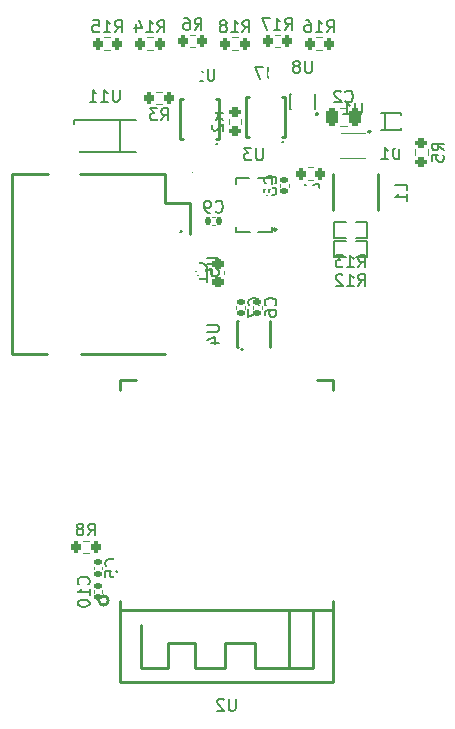
<source format=gbr>
%TF.GenerationSoftware,KiCad,Pcbnew,7.0.2*%
%TF.CreationDate,2023-07-06T19:43:42-07:00*%
%TF.ProjectId,chronos-polaris-hardware,6368726f-6e6f-4732-9d70-6f6c61726973,rev?*%
%TF.SameCoordinates,Original*%
%TF.FileFunction,Legend,Bot*%
%TF.FilePolarity,Positive*%
%FSLAX46Y46*%
G04 Gerber Fmt 4.6, Leading zero omitted, Abs format (unit mm)*
G04 Created by KiCad (PCBNEW 7.0.2) date 2023-07-06 19:43:42*
%MOMM*%
%LPD*%
G01*
G04 APERTURE LIST*
G04 Aperture macros list*
%AMRoundRect*
0 Rectangle with rounded corners*
0 $1 Rounding radius*
0 $2 $3 $4 $5 $6 $7 $8 $9 X,Y pos of 4 corners*
0 Add a 4 corners polygon primitive as box body*
4,1,4,$2,$3,$4,$5,$6,$7,$8,$9,$2,$3,0*
0 Add four circle primitives for the rounded corners*
1,1,$1+$1,$2,$3*
1,1,$1+$1,$4,$5*
1,1,$1+$1,$6,$7*
1,1,$1+$1,$8,$9*
0 Add four rect primitives between the rounded corners*
20,1,$1+$1,$2,$3,$4,$5,0*
20,1,$1+$1,$4,$5,$6,$7,0*
20,1,$1+$1,$6,$7,$8,$9,0*
20,1,$1+$1,$8,$9,$2,$3,0*%
G04 Aperture macros list end*
%ADD10C,0.150000*%
%ADD11C,0.059995*%
%ADD12C,0.254001*%
%ADD13C,0.200000*%
%ADD14C,0.120000*%
%ADD15C,0.152400*%
%ADD16C,0.151994*%
%ADD17C,0.119990*%
%ADD18R,1.700000X1.700000*%
%ADD19O,1.700000X1.700000*%
%ADD20C,1.800000*%
%ADD21O,1.000000X2.000000*%
%ADD22C,0.700000*%
%ADD23C,6.400000*%
%ADD24C,0.900025*%
%ADD25C,2.000000*%
%ADD26C,2.500000*%
%ADD27R,0.250013X0.800000*%
%ADD28R,0.800000X0.250013*%
%ADD29R,1.500000X0.900000*%
%ADD30R,0.900000X1.500000*%
%ADD31R,0.900000X0.900000*%
%ADD32RoundRect,0.225000X-0.250000X0.225000X-0.250000X-0.225000X0.250000X-0.225000X0.250000X0.225000X0*%
%ADD33RoundRect,0.140000X0.140000X0.170000X-0.140000X0.170000X-0.140000X-0.170000X0.140000X-0.170000X0*%
%ADD34R,0.405004X0.989992*%
%ADD35R,2.600000X1.840005*%
%ADD36RoundRect,0.140000X0.170000X-0.140000X0.170000X0.140000X-0.170000X0.140000X-0.170000X-0.140000X0*%
%ADD37RoundRect,0.200000X0.275000X-0.200000X0.275000X0.200000X-0.275000X0.200000X-0.275000X-0.200000X0*%
%ADD38RoundRect,0.200000X-0.200000X-0.275000X0.200000X-0.275000X0.200000X0.275000X-0.200000X0.275000X0*%
%ADD39RoundRect,0.250000X0.250000X0.475000X-0.250000X0.475000X-0.250000X-0.475000X0.250000X-0.475000X0*%
%ADD40R,1.600000X0.700000*%
%ADD41R,1.500000X1.200000*%
%ADD42R,2.200000X1.200000*%
%ADD43R,1.500000X1.600000*%
%ADD44C,1.200000*%
%ADD45R,0.806477X0.864008*%
%ADD46RoundRect,0.140000X-0.170000X0.140000X-0.170000X-0.140000X0.170000X-0.140000X0.170000X0.140000X0*%
%ADD47R,2.062510X1.539014*%
%ADD48RoundRect,0.200000X0.200000X0.275000X-0.200000X0.275000X-0.200000X-0.275000X0.200000X-0.275000X0*%
%ADD49RoundRect,0.200000X-0.275000X0.200000X-0.275000X-0.200000X0.275000X-0.200000X0.275000X0.200000X0*%
%ADD50R,1.000000X0.750013*%
%ADD51R,3.320015X1.500000*%
%ADD52R,0.400000X0.600000*%
%ADD53R,0.350013X0.916002*%
%ADD54R,0.521006X0.250013*%
%ADD55R,0.900000X1.600000*%
G04 APERTURE END LIST*
D10*
%TO.C,U3*%
X123362006Y-110478773D02*
X123362006Y-111288296D01*
X123362006Y-111288296D02*
X123314387Y-111383534D01*
X123314387Y-111383534D02*
X123266768Y-111431154D01*
X123266768Y-111431154D02*
X123171530Y-111478773D01*
X123171530Y-111478773D02*
X122981054Y-111478773D01*
X122981054Y-111478773D02*
X122885816Y-111431154D01*
X122885816Y-111431154D02*
X122838197Y-111383534D01*
X122838197Y-111383534D02*
X122790578Y-111288296D01*
X122790578Y-111288296D02*
X122790578Y-110478773D01*
X122409625Y-110478773D02*
X121790578Y-110478773D01*
X121790578Y-110478773D02*
X122123911Y-110859725D01*
X122123911Y-110859725D02*
X121981054Y-110859725D01*
X121981054Y-110859725D02*
X121885816Y-110907344D01*
X121885816Y-110907344D02*
X121838197Y-110954963D01*
X121838197Y-110954963D02*
X121790578Y-111050201D01*
X121790578Y-111050201D02*
X121790578Y-111288296D01*
X121790578Y-111288296D02*
X121838197Y-111383534D01*
X121838197Y-111383534D02*
X121885816Y-111431154D01*
X121885816Y-111431154D02*
X121981054Y-111478773D01*
X121981054Y-111478773D02*
X122266768Y-111478773D01*
X122266768Y-111478773D02*
X122362006Y-111431154D01*
X122362006Y-111431154D02*
X122409625Y-111383534D01*
%TO.C,U2*%
X121070476Y-157082685D02*
X121070476Y-157892208D01*
X121070476Y-157892208D02*
X121022857Y-157987446D01*
X121022857Y-157987446D02*
X120975238Y-158035066D01*
X120975238Y-158035066D02*
X120880000Y-158082685D01*
X120880000Y-158082685D02*
X120689524Y-158082685D01*
X120689524Y-158082685D02*
X120594286Y-158035066D01*
X120594286Y-158035066D02*
X120546667Y-157987446D01*
X120546667Y-157987446D02*
X120499048Y-157892208D01*
X120499048Y-157892208D02*
X120499048Y-157082685D01*
X120070476Y-157177923D02*
X120022857Y-157130304D01*
X120022857Y-157130304D02*
X119927619Y-157082685D01*
X119927619Y-157082685D02*
X119689524Y-157082685D01*
X119689524Y-157082685D02*
X119594286Y-157130304D01*
X119594286Y-157130304D02*
X119546667Y-157177923D01*
X119546667Y-157177923D02*
X119499048Y-157273161D01*
X119499048Y-157273161D02*
X119499048Y-157368399D01*
X119499048Y-157368399D02*
X119546667Y-157511256D01*
X119546667Y-157511256D02*
X120118095Y-158082685D01*
X120118095Y-158082685D02*
X119499048Y-158082685D01*
%TO.C,C1*%
X118537380Y-120833333D02*
X118585000Y-120785714D01*
X118585000Y-120785714D02*
X118632619Y-120642857D01*
X118632619Y-120642857D02*
X118632619Y-120547619D01*
X118632619Y-120547619D02*
X118585000Y-120404762D01*
X118585000Y-120404762D02*
X118489761Y-120309524D01*
X118489761Y-120309524D02*
X118394523Y-120261905D01*
X118394523Y-120261905D02*
X118204047Y-120214286D01*
X118204047Y-120214286D02*
X118061190Y-120214286D01*
X118061190Y-120214286D02*
X117870714Y-120261905D01*
X117870714Y-120261905D02*
X117775476Y-120309524D01*
X117775476Y-120309524D02*
X117680238Y-120404762D01*
X117680238Y-120404762D02*
X117632619Y-120547619D01*
X117632619Y-120547619D02*
X117632619Y-120642857D01*
X117632619Y-120642857D02*
X117680238Y-120785714D01*
X117680238Y-120785714D02*
X117727857Y-120833333D01*
X118632619Y-121785714D02*
X118632619Y-121214286D01*
X118632619Y-121500000D02*
X117632619Y-121500000D01*
X117632619Y-121500000D02*
X117775476Y-121404762D01*
X117775476Y-121404762D02*
X117870714Y-121309524D01*
X117870714Y-121309524D02*
X117918333Y-121214286D01*
%TO.C,C9*%
X119366666Y-115807380D02*
X119414285Y-115855000D01*
X119414285Y-115855000D02*
X119557142Y-115902619D01*
X119557142Y-115902619D02*
X119652380Y-115902619D01*
X119652380Y-115902619D02*
X119795237Y-115855000D01*
X119795237Y-115855000D02*
X119890475Y-115759761D01*
X119890475Y-115759761D02*
X119938094Y-115664523D01*
X119938094Y-115664523D02*
X119985713Y-115474047D01*
X119985713Y-115474047D02*
X119985713Y-115331190D01*
X119985713Y-115331190D02*
X119938094Y-115140714D01*
X119938094Y-115140714D02*
X119890475Y-115045476D01*
X119890475Y-115045476D02*
X119795237Y-114950238D01*
X119795237Y-114950238D02*
X119652380Y-114902619D01*
X119652380Y-114902619D02*
X119557142Y-114902619D01*
X119557142Y-114902619D02*
X119414285Y-114950238D01*
X119414285Y-114950238D02*
X119366666Y-114997857D01*
X118890475Y-115902619D02*
X118699999Y-115902619D01*
X118699999Y-115902619D02*
X118604761Y-115855000D01*
X118604761Y-115855000D02*
X118557142Y-115807380D01*
X118557142Y-115807380D02*
X118461904Y-115664523D01*
X118461904Y-115664523D02*
X118414285Y-115474047D01*
X118414285Y-115474047D02*
X118414285Y-115093095D01*
X118414285Y-115093095D02*
X118461904Y-114997857D01*
X118461904Y-114997857D02*
X118509523Y-114950238D01*
X118509523Y-114950238D02*
X118604761Y-114902619D01*
X118604761Y-114902619D02*
X118795237Y-114902619D01*
X118795237Y-114902619D02*
X118890475Y-114950238D01*
X118890475Y-114950238D02*
X118938094Y-114997857D01*
X118938094Y-114997857D02*
X118985713Y-115093095D01*
X118985713Y-115093095D02*
X118985713Y-115331190D01*
X118985713Y-115331190D02*
X118938094Y-115426428D01*
X118938094Y-115426428D02*
X118890475Y-115474047D01*
X118890475Y-115474047D02*
X118795237Y-115521666D01*
X118795237Y-115521666D02*
X118604761Y-115521666D01*
X118604761Y-115521666D02*
X118509523Y-115474047D01*
X118509523Y-115474047D02*
X118461904Y-115426428D01*
X118461904Y-115426428D02*
X118414285Y-115331190D01*
%TO.C,U7*%
X124361904Y-103562721D02*
X124361904Y-104372244D01*
X124361904Y-104372244D02*
X124314285Y-104467482D01*
X124314285Y-104467482D02*
X124266666Y-104515102D01*
X124266666Y-104515102D02*
X124171428Y-104562721D01*
X124171428Y-104562721D02*
X123980952Y-104562721D01*
X123980952Y-104562721D02*
X123885714Y-104515102D01*
X123885714Y-104515102D02*
X123838095Y-104467482D01*
X123838095Y-104467482D02*
X123790476Y-104372244D01*
X123790476Y-104372244D02*
X123790476Y-103562721D01*
X123409523Y-103562721D02*
X122742857Y-103562721D01*
X122742857Y-103562721D02*
X123171428Y-104562721D01*
%TO.C,C6*%
X124427380Y-123753333D02*
X124475000Y-123705714D01*
X124475000Y-123705714D02*
X124522619Y-123562857D01*
X124522619Y-123562857D02*
X124522619Y-123467619D01*
X124522619Y-123467619D02*
X124475000Y-123324762D01*
X124475000Y-123324762D02*
X124379761Y-123229524D01*
X124379761Y-123229524D02*
X124284523Y-123181905D01*
X124284523Y-123181905D02*
X124094047Y-123134286D01*
X124094047Y-123134286D02*
X123951190Y-123134286D01*
X123951190Y-123134286D02*
X123760714Y-123181905D01*
X123760714Y-123181905D02*
X123665476Y-123229524D01*
X123665476Y-123229524D02*
X123570238Y-123324762D01*
X123570238Y-123324762D02*
X123522619Y-123467619D01*
X123522619Y-123467619D02*
X123522619Y-123562857D01*
X123522619Y-123562857D02*
X123570238Y-123705714D01*
X123570238Y-123705714D02*
X123617857Y-123753333D01*
X123522619Y-124610476D02*
X123522619Y-124420000D01*
X123522619Y-124420000D02*
X123570238Y-124324762D01*
X123570238Y-124324762D02*
X123617857Y-124277143D01*
X123617857Y-124277143D02*
X123760714Y-124181905D01*
X123760714Y-124181905D02*
X123951190Y-124134286D01*
X123951190Y-124134286D02*
X124332142Y-124134286D01*
X124332142Y-124134286D02*
X124427380Y-124181905D01*
X124427380Y-124181905D02*
X124475000Y-124229524D01*
X124475000Y-124229524D02*
X124522619Y-124324762D01*
X124522619Y-124324762D02*
X124522619Y-124515238D01*
X124522619Y-124515238D02*
X124475000Y-124610476D01*
X124475000Y-124610476D02*
X124427380Y-124658095D01*
X124427380Y-124658095D02*
X124332142Y-124705714D01*
X124332142Y-124705714D02*
X124094047Y-124705714D01*
X124094047Y-124705714D02*
X123998809Y-124658095D01*
X123998809Y-124658095D02*
X123951190Y-124610476D01*
X123951190Y-124610476D02*
X123903571Y-124515238D01*
X123903571Y-124515238D02*
X123903571Y-124324762D01*
X123903571Y-124324762D02*
X123951190Y-124229524D01*
X123951190Y-124229524D02*
X123998809Y-124181905D01*
X123998809Y-124181905D02*
X124094047Y-124134286D01*
%TO.C,R5*%
X138692619Y-110633333D02*
X138216428Y-110300000D01*
X138692619Y-110061905D02*
X137692619Y-110061905D01*
X137692619Y-110061905D02*
X137692619Y-110442857D01*
X137692619Y-110442857D02*
X137740238Y-110538095D01*
X137740238Y-110538095D02*
X137787857Y-110585714D01*
X137787857Y-110585714D02*
X137883095Y-110633333D01*
X137883095Y-110633333D02*
X138025952Y-110633333D01*
X138025952Y-110633333D02*
X138121190Y-110585714D01*
X138121190Y-110585714D02*
X138168809Y-110538095D01*
X138168809Y-110538095D02*
X138216428Y-110442857D01*
X138216428Y-110442857D02*
X138216428Y-110061905D01*
X137692619Y-111538095D02*
X137692619Y-111061905D01*
X137692619Y-111061905D02*
X138168809Y-111014286D01*
X138168809Y-111014286D02*
X138121190Y-111061905D01*
X138121190Y-111061905D02*
X138073571Y-111157143D01*
X138073571Y-111157143D02*
X138073571Y-111395238D01*
X138073571Y-111395238D02*
X138121190Y-111490476D01*
X138121190Y-111490476D02*
X138168809Y-111538095D01*
X138168809Y-111538095D02*
X138264047Y-111585714D01*
X138264047Y-111585714D02*
X138502142Y-111585714D01*
X138502142Y-111585714D02*
X138597380Y-111538095D01*
X138597380Y-111538095D02*
X138645000Y-111490476D01*
X138645000Y-111490476D02*
X138692619Y-111395238D01*
X138692619Y-111395238D02*
X138692619Y-111157143D01*
X138692619Y-111157143D02*
X138645000Y-111061905D01*
X138645000Y-111061905D02*
X138597380Y-111014286D01*
%TO.C,R3*%
X114766666Y-108092619D02*
X115099999Y-107616428D01*
X115338094Y-108092619D02*
X115338094Y-107092619D01*
X115338094Y-107092619D02*
X114957142Y-107092619D01*
X114957142Y-107092619D02*
X114861904Y-107140238D01*
X114861904Y-107140238D02*
X114814285Y-107187857D01*
X114814285Y-107187857D02*
X114766666Y-107283095D01*
X114766666Y-107283095D02*
X114766666Y-107425952D01*
X114766666Y-107425952D02*
X114814285Y-107521190D01*
X114814285Y-107521190D02*
X114861904Y-107568809D01*
X114861904Y-107568809D02*
X114957142Y-107616428D01*
X114957142Y-107616428D02*
X115338094Y-107616428D01*
X114433332Y-107092619D02*
X113814285Y-107092619D01*
X113814285Y-107092619D02*
X114147618Y-107473571D01*
X114147618Y-107473571D02*
X114004761Y-107473571D01*
X114004761Y-107473571D02*
X113909523Y-107521190D01*
X113909523Y-107521190D02*
X113861904Y-107568809D01*
X113861904Y-107568809D02*
X113814285Y-107664047D01*
X113814285Y-107664047D02*
X113814285Y-107902142D01*
X113814285Y-107902142D02*
X113861904Y-107997380D01*
X113861904Y-107997380D02*
X113909523Y-108045000D01*
X113909523Y-108045000D02*
X114004761Y-108092619D01*
X114004761Y-108092619D02*
X114290475Y-108092619D01*
X114290475Y-108092619D02*
X114385713Y-108045000D01*
X114385713Y-108045000D02*
X114433332Y-107997380D01*
%TO.C,C2*%
X130366666Y-106487380D02*
X130414285Y-106535000D01*
X130414285Y-106535000D02*
X130557142Y-106582619D01*
X130557142Y-106582619D02*
X130652380Y-106582619D01*
X130652380Y-106582619D02*
X130795237Y-106535000D01*
X130795237Y-106535000D02*
X130890475Y-106439761D01*
X130890475Y-106439761D02*
X130938094Y-106344523D01*
X130938094Y-106344523D02*
X130985713Y-106154047D01*
X130985713Y-106154047D02*
X130985713Y-106011190D01*
X130985713Y-106011190D02*
X130938094Y-105820714D01*
X130938094Y-105820714D02*
X130890475Y-105725476D01*
X130890475Y-105725476D02*
X130795237Y-105630238D01*
X130795237Y-105630238D02*
X130652380Y-105582619D01*
X130652380Y-105582619D02*
X130557142Y-105582619D01*
X130557142Y-105582619D02*
X130414285Y-105630238D01*
X130414285Y-105630238D02*
X130366666Y-105677857D01*
X129985713Y-105677857D02*
X129938094Y-105630238D01*
X129938094Y-105630238D02*
X129842856Y-105582619D01*
X129842856Y-105582619D02*
X129604761Y-105582619D01*
X129604761Y-105582619D02*
X129509523Y-105630238D01*
X129509523Y-105630238D02*
X129461904Y-105677857D01*
X129461904Y-105677857D02*
X129414285Y-105773095D01*
X129414285Y-105773095D02*
X129414285Y-105868333D01*
X129414285Y-105868333D02*
X129461904Y-106011190D01*
X129461904Y-106011190D02*
X130033332Y-106582619D01*
X130033332Y-106582619D02*
X129414285Y-106582619D01*
%TO.C,U5*%
X118626132Y-119713127D02*
X119435655Y-119713127D01*
X119435655Y-119713127D02*
X119530893Y-119760746D01*
X119530893Y-119760746D02*
X119578513Y-119808365D01*
X119578513Y-119808365D02*
X119626132Y-119903603D01*
X119626132Y-119903603D02*
X119626132Y-120094079D01*
X119626132Y-120094079D02*
X119578513Y-120189317D01*
X119578513Y-120189317D02*
X119530893Y-120236936D01*
X119530893Y-120236936D02*
X119435655Y-120284555D01*
X119435655Y-120284555D02*
X118626132Y-120284555D01*
X118626132Y-121236936D02*
X118626132Y-120760746D01*
X118626132Y-120760746D02*
X119102322Y-120713127D01*
X119102322Y-120713127D02*
X119054703Y-120760746D01*
X119054703Y-120760746D02*
X119007084Y-120855984D01*
X119007084Y-120855984D02*
X119007084Y-121094079D01*
X119007084Y-121094079D02*
X119054703Y-121189317D01*
X119054703Y-121189317D02*
X119102322Y-121236936D01*
X119102322Y-121236936D02*
X119197560Y-121284555D01*
X119197560Y-121284555D02*
X119435655Y-121284555D01*
X119435655Y-121284555D02*
X119530893Y-121236936D01*
X119530893Y-121236936D02*
X119578513Y-121189317D01*
X119578513Y-121189317D02*
X119626132Y-121094079D01*
X119626132Y-121094079D02*
X119626132Y-120855984D01*
X119626132Y-120855984D02*
X119578513Y-120760746D01*
X119578513Y-120760746D02*
X119530893Y-120713127D01*
%TO.C,R13*%
X131442857Y-120523224D02*
X131776190Y-120047033D01*
X132014285Y-120523224D02*
X132014285Y-119523224D01*
X132014285Y-119523224D02*
X131633333Y-119523224D01*
X131633333Y-119523224D02*
X131538095Y-119570843D01*
X131538095Y-119570843D02*
X131490476Y-119618462D01*
X131490476Y-119618462D02*
X131442857Y-119713700D01*
X131442857Y-119713700D02*
X131442857Y-119856557D01*
X131442857Y-119856557D02*
X131490476Y-119951795D01*
X131490476Y-119951795D02*
X131538095Y-119999414D01*
X131538095Y-119999414D02*
X131633333Y-120047033D01*
X131633333Y-120047033D02*
X132014285Y-120047033D01*
X130490476Y-120523224D02*
X131061904Y-120523224D01*
X130776190Y-120523224D02*
X130776190Y-119523224D01*
X130776190Y-119523224D02*
X130871428Y-119666081D01*
X130871428Y-119666081D02*
X130966666Y-119761319D01*
X130966666Y-119761319D02*
X131061904Y-119808938D01*
X130157142Y-119523224D02*
X129538095Y-119523224D01*
X129538095Y-119523224D02*
X129871428Y-119904176D01*
X129871428Y-119904176D02*
X129728571Y-119904176D01*
X129728571Y-119904176D02*
X129633333Y-119951795D01*
X129633333Y-119951795D02*
X129585714Y-119999414D01*
X129585714Y-119999414D02*
X129538095Y-120094652D01*
X129538095Y-120094652D02*
X129538095Y-120332747D01*
X129538095Y-120332747D02*
X129585714Y-120427985D01*
X129585714Y-120427985D02*
X129633333Y-120475605D01*
X129633333Y-120475605D02*
X129728571Y-120523224D01*
X129728571Y-120523224D02*
X130014285Y-120523224D01*
X130014285Y-120523224D02*
X130109523Y-120475605D01*
X130109523Y-120475605D02*
X130157142Y-120427985D01*
%TO.C,C10*%
X108607380Y-147357142D02*
X108655000Y-147309523D01*
X108655000Y-147309523D02*
X108702619Y-147166666D01*
X108702619Y-147166666D02*
X108702619Y-147071428D01*
X108702619Y-147071428D02*
X108655000Y-146928571D01*
X108655000Y-146928571D02*
X108559761Y-146833333D01*
X108559761Y-146833333D02*
X108464523Y-146785714D01*
X108464523Y-146785714D02*
X108274047Y-146738095D01*
X108274047Y-146738095D02*
X108131190Y-146738095D01*
X108131190Y-146738095D02*
X107940714Y-146785714D01*
X107940714Y-146785714D02*
X107845476Y-146833333D01*
X107845476Y-146833333D02*
X107750238Y-146928571D01*
X107750238Y-146928571D02*
X107702619Y-147071428D01*
X107702619Y-147071428D02*
X107702619Y-147166666D01*
X107702619Y-147166666D02*
X107750238Y-147309523D01*
X107750238Y-147309523D02*
X107797857Y-147357142D01*
X108702619Y-148309523D02*
X108702619Y-147738095D01*
X108702619Y-148023809D02*
X107702619Y-148023809D01*
X107702619Y-148023809D02*
X107845476Y-147928571D01*
X107845476Y-147928571D02*
X107940714Y-147833333D01*
X107940714Y-147833333D02*
X107988333Y-147738095D01*
X107702619Y-148928571D02*
X107702619Y-149023809D01*
X107702619Y-149023809D02*
X107750238Y-149119047D01*
X107750238Y-149119047D02*
X107797857Y-149166666D01*
X107797857Y-149166666D02*
X107893095Y-149214285D01*
X107893095Y-149214285D02*
X108083571Y-149261904D01*
X108083571Y-149261904D02*
X108321666Y-149261904D01*
X108321666Y-149261904D02*
X108512142Y-149214285D01*
X108512142Y-149214285D02*
X108607380Y-149166666D01*
X108607380Y-149166666D02*
X108655000Y-149119047D01*
X108655000Y-149119047D02*
X108702619Y-149023809D01*
X108702619Y-149023809D02*
X108702619Y-148928571D01*
X108702619Y-148928571D02*
X108655000Y-148833333D01*
X108655000Y-148833333D02*
X108607380Y-148785714D01*
X108607380Y-148785714D02*
X108512142Y-148738095D01*
X108512142Y-148738095D02*
X108321666Y-148690476D01*
X108321666Y-148690476D02*
X108083571Y-148690476D01*
X108083571Y-148690476D02*
X107893095Y-148738095D01*
X107893095Y-148738095D02*
X107797857Y-148785714D01*
X107797857Y-148785714D02*
X107750238Y-148833333D01*
X107750238Y-148833333D02*
X107702619Y-148928571D01*
%TO.C,U11*%
X111238094Y-105506409D02*
X111238094Y-106315932D01*
X111238094Y-106315932D02*
X111190475Y-106411170D01*
X111190475Y-106411170D02*
X111142856Y-106458790D01*
X111142856Y-106458790D02*
X111047618Y-106506409D01*
X111047618Y-106506409D02*
X110857142Y-106506409D01*
X110857142Y-106506409D02*
X110761904Y-106458790D01*
X110761904Y-106458790D02*
X110714285Y-106411170D01*
X110714285Y-106411170D02*
X110666666Y-106315932D01*
X110666666Y-106315932D02*
X110666666Y-105506409D01*
X109666666Y-106506409D02*
X110238094Y-106506409D01*
X109952380Y-106506409D02*
X109952380Y-105506409D01*
X109952380Y-105506409D02*
X110047618Y-105649266D01*
X110047618Y-105649266D02*
X110142856Y-105744504D01*
X110142856Y-105744504D02*
X110238094Y-105792123D01*
X108714285Y-106506409D02*
X109285713Y-106506409D01*
X108999999Y-106506409D02*
X108999999Y-105506409D01*
X108999999Y-105506409D02*
X109095237Y-105649266D01*
X109095237Y-105649266D02*
X109190475Y-105744504D01*
X109190475Y-105744504D02*
X109285713Y-105792123D01*
%TO.C,U12*%
X119263113Y-103727745D02*
X119263113Y-104537268D01*
X119263113Y-104537268D02*
X119215494Y-104632506D01*
X119215494Y-104632506D02*
X119167875Y-104680126D01*
X119167875Y-104680126D02*
X119072637Y-104727745D01*
X119072637Y-104727745D02*
X118882161Y-104727745D01*
X118882161Y-104727745D02*
X118786923Y-104680126D01*
X118786923Y-104680126D02*
X118739304Y-104632506D01*
X118739304Y-104632506D02*
X118691685Y-104537268D01*
X118691685Y-104537268D02*
X118691685Y-103727745D01*
X117691685Y-104727745D02*
X118263113Y-104727745D01*
X117977399Y-104727745D02*
X117977399Y-103727745D01*
X117977399Y-103727745D02*
X118072637Y-103870602D01*
X118072637Y-103870602D02*
X118167875Y-103965840D01*
X118167875Y-103965840D02*
X118263113Y-104013459D01*
X117310732Y-103822983D02*
X117263113Y-103775364D01*
X117263113Y-103775364D02*
X117167875Y-103727745D01*
X117167875Y-103727745D02*
X116929780Y-103727745D01*
X116929780Y-103727745D02*
X116834542Y-103775364D01*
X116834542Y-103775364D02*
X116786923Y-103822983D01*
X116786923Y-103822983D02*
X116739304Y-103918221D01*
X116739304Y-103918221D02*
X116739304Y-104013459D01*
X116739304Y-104013459D02*
X116786923Y-104156316D01*
X116786923Y-104156316D02*
X117358351Y-104727745D01*
X117358351Y-104727745D02*
X116739304Y-104727745D01*
%TO.C,R6*%
X117591666Y-100432619D02*
X117924999Y-99956428D01*
X118163094Y-100432619D02*
X118163094Y-99432619D01*
X118163094Y-99432619D02*
X117782142Y-99432619D01*
X117782142Y-99432619D02*
X117686904Y-99480238D01*
X117686904Y-99480238D02*
X117639285Y-99527857D01*
X117639285Y-99527857D02*
X117591666Y-99623095D01*
X117591666Y-99623095D02*
X117591666Y-99765952D01*
X117591666Y-99765952D02*
X117639285Y-99861190D01*
X117639285Y-99861190D02*
X117686904Y-99908809D01*
X117686904Y-99908809D02*
X117782142Y-99956428D01*
X117782142Y-99956428D02*
X118163094Y-99956428D01*
X116734523Y-99432619D02*
X116924999Y-99432619D01*
X116924999Y-99432619D02*
X117020237Y-99480238D01*
X117020237Y-99480238D02*
X117067856Y-99527857D01*
X117067856Y-99527857D02*
X117163094Y-99670714D01*
X117163094Y-99670714D02*
X117210713Y-99861190D01*
X117210713Y-99861190D02*
X117210713Y-100242142D01*
X117210713Y-100242142D02*
X117163094Y-100337380D01*
X117163094Y-100337380D02*
X117115475Y-100385000D01*
X117115475Y-100385000D02*
X117020237Y-100432619D01*
X117020237Y-100432619D02*
X116829761Y-100432619D01*
X116829761Y-100432619D02*
X116734523Y-100385000D01*
X116734523Y-100385000D02*
X116686904Y-100337380D01*
X116686904Y-100337380D02*
X116639285Y-100242142D01*
X116639285Y-100242142D02*
X116639285Y-100004047D01*
X116639285Y-100004047D02*
X116686904Y-99908809D01*
X116686904Y-99908809D02*
X116734523Y-99861190D01*
X116734523Y-99861190D02*
X116829761Y-99813571D01*
X116829761Y-99813571D02*
X117020237Y-99813571D01*
X117020237Y-99813571D02*
X117115475Y-99861190D01*
X117115475Y-99861190D02*
X117163094Y-99908809D01*
X117163094Y-99908809D02*
X117210713Y-100004047D01*
%TO.C,C8*%
X124407380Y-113433333D02*
X124455000Y-113385714D01*
X124455000Y-113385714D02*
X124502619Y-113242857D01*
X124502619Y-113242857D02*
X124502619Y-113147619D01*
X124502619Y-113147619D02*
X124455000Y-113004762D01*
X124455000Y-113004762D02*
X124359761Y-112909524D01*
X124359761Y-112909524D02*
X124264523Y-112861905D01*
X124264523Y-112861905D02*
X124074047Y-112814286D01*
X124074047Y-112814286D02*
X123931190Y-112814286D01*
X123931190Y-112814286D02*
X123740714Y-112861905D01*
X123740714Y-112861905D02*
X123645476Y-112909524D01*
X123645476Y-112909524D02*
X123550238Y-113004762D01*
X123550238Y-113004762D02*
X123502619Y-113147619D01*
X123502619Y-113147619D02*
X123502619Y-113242857D01*
X123502619Y-113242857D02*
X123550238Y-113385714D01*
X123550238Y-113385714D02*
X123597857Y-113433333D01*
X123931190Y-114004762D02*
X123883571Y-113909524D01*
X123883571Y-113909524D02*
X123835952Y-113861905D01*
X123835952Y-113861905D02*
X123740714Y-113814286D01*
X123740714Y-113814286D02*
X123693095Y-113814286D01*
X123693095Y-113814286D02*
X123597857Y-113861905D01*
X123597857Y-113861905D02*
X123550238Y-113909524D01*
X123550238Y-113909524D02*
X123502619Y-114004762D01*
X123502619Y-114004762D02*
X123502619Y-114195238D01*
X123502619Y-114195238D02*
X123550238Y-114290476D01*
X123550238Y-114290476D02*
X123597857Y-114338095D01*
X123597857Y-114338095D02*
X123693095Y-114385714D01*
X123693095Y-114385714D02*
X123740714Y-114385714D01*
X123740714Y-114385714D02*
X123835952Y-114338095D01*
X123835952Y-114338095D02*
X123883571Y-114290476D01*
X123883571Y-114290476D02*
X123931190Y-114195238D01*
X123931190Y-114195238D02*
X123931190Y-114004762D01*
X123931190Y-114004762D02*
X123978809Y-113909524D01*
X123978809Y-113909524D02*
X124026428Y-113861905D01*
X124026428Y-113861905D02*
X124121666Y-113814286D01*
X124121666Y-113814286D02*
X124312142Y-113814286D01*
X124312142Y-113814286D02*
X124407380Y-113861905D01*
X124407380Y-113861905D02*
X124455000Y-113909524D01*
X124455000Y-113909524D02*
X124502619Y-114004762D01*
X124502619Y-114004762D02*
X124502619Y-114195238D01*
X124502619Y-114195238D02*
X124455000Y-114290476D01*
X124455000Y-114290476D02*
X124407380Y-114338095D01*
X124407380Y-114338095D02*
X124312142Y-114385714D01*
X124312142Y-114385714D02*
X124121666Y-114385714D01*
X124121666Y-114385714D02*
X124026428Y-114338095D01*
X124026428Y-114338095D02*
X123978809Y-114290476D01*
X123978809Y-114290476D02*
X123931190Y-114195238D01*
%TO.C,R2*%
X120032619Y-108033333D02*
X119556428Y-107700000D01*
X120032619Y-107461905D02*
X119032619Y-107461905D01*
X119032619Y-107461905D02*
X119032619Y-107842857D01*
X119032619Y-107842857D02*
X119080238Y-107938095D01*
X119080238Y-107938095D02*
X119127857Y-107985714D01*
X119127857Y-107985714D02*
X119223095Y-108033333D01*
X119223095Y-108033333D02*
X119365952Y-108033333D01*
X119365952Y-108033333D02*
X119461190Y-107985714D01*
X119461190Y-107985714D02*
X119508809Y-107938095D01*
X119508809Y-107938095D02*
X119556428Y-107842857D01*
X119556428Y-107842857D02*
X119556428Y-107461905D01*
X119127857Y-108414286D02*
X119080238Y-108461905D01*
X119080238Y-108461905D02*
X119032619Y-108557143D01*
X119032619Y-108557143D02*
X119032619Y-108795238D01*
X119032619Y-108795238D02*
X119080238Y-108890476D01*
X119080238Y-108890476D02*
X119127857Y-108938095D01*
X119127857Y-108938095D02*
X119223095Y-108985714D01*
X119223095Y-108985714D02*
X119318333Y-108985714D01*
X119318333Y-108985714D02*
X119461190Y-108938095D01*
X119461190Y-108938095D02*
X120032619Y-108366667D01*
X120032619Y-108366667D02*
X120032619Y-108985714D01*
%TO.C,R18*%
X121642857Y-100632619D02*
X121976190Y-100156428D01*
X122214285Y-100632619D02*
X122214285Y-99632619D01*
X122214285Y-99632619D02*
X121833333Y-99632619D01*
X121833333Y-99632619D02*
X121738095Y-99680238D01*
X121738095Y-99680238D02*
X121690476Y-99727857D01*
X121690476Y-99727857D02*
X121642857Y-99823095D01*
X121642857Y-99823095D02*
X121642857Y-99965952D01*
X121642857Y-99965952D02*
X121690476Y-100061190D01*
X121690476Y-100061190D02*
X121738095Y-100108809D01*
X121738095Y-100108809D02*
X121833333Y-100156428D01*
X121833333Y-100156428D02*
X122214285Y-100156428D01*
X120690476Y-100632619D02*
X121261904Y-100632619D01*
X120976190Y-100632619D02*
X120976190Y-99632619D01*
X120976190Y-99632619D02*
X121071428Y-99775476D01*
X121071428Y-99775476D02*
X121166666Y-99870714D01*
X121166666Y-99870714D02*
X121261904Y-99918333D01*
X120119047Y-100061190D02*
X120214285Y-100013571D01*
X120214285Y-100013571D02*
X120261904Y-99965952D01*
X120261904Y-99965952D02*
X120309523Y-99870714D01*
X120309523Y-99870714D02*
X120309523Y-99823095D01*
X120309523Y-99823095D02*
X120261904Y-99727857D01*
X120261904Y-99727857D02*
X120214285Y-99680238D01*
X120214285Y-99680238D02*
X120119047Y-99632619D01*
X120119047Y-99632619D02*
X119928571Y-99632619D01*
X119928571Y-99632619D02*
X119833333Y-99680238D01*
X119833333Y-99680238D02*
X119785714Y-99727857D01*
X119785714Y-99727857D02*
X119738095Y-99823095D01*
X119738095Y-99823095D02*
X119738095Y-99870714D01*
X119738095Y-99870714D02*
X119785714Y-99965952D01*
X119785714Y-99965952D02*
X119833333Y-100013571D01*
X119833333Y-100013571D02*
X119928571Y-100061190D01*
X119928571Y-100061190D02*
X120119047Y-100061190D01*
X120119047Y-100061190D02*
X120214285Y-100108809D01*
X120214285Y-100108809D02*
X120261904Y-100156428D01*
X120261904Y-100156428D02*
X120309523Y-100251666D01*
X120309523Y-100251666D02*
X120309523Y-100442142D01*
X120309523Y-100442142D02*
X120261904Y-100537380D01*
X120261904Y-100537380D02*
X120214285Y-100585000D01*
X120214285Y-100585000D02*
X120119047Y-100632619D01*
X120119047Y-100632619D02*
X119928571Y-100632619D01*
X119928571Y-100632619D02*
X119833333Y-100585000D01*
X119833333Y-100585000D02*
X119785714Y-100537380D01*
X119785714Y-100537380D02*
X119738095Y-100442142D01*
X119738095Y-100442142D02*
X119738095Y-100251666D01*
X119738095Y-100251666D02*
X119785714Y-100156428D01*
X119785714Y-100156428D02*
X119833333Y-100108809D01*
X119833333Y-100108809D02*
X119928571Y-100061190D01*
%TO.C,D1*%
X134938094Y-111388832D02*
X134938094Y-110388832D01*
X134938094Y-110388832D02*
X134699999Y-110388832D01*
X134699999Y-110388832D02*
X134557142Y-110436451D01*
X134557142Y-110436451D02*
X134461904Y-110531689D01*
X134461904Y-110531689D02*
X134414285Y-110626927D01*
X134414285Y-110626927D02*
X134366666Y-110817403D01*
X134366666Y-110817403D02*
X134366666Y-110960260D01*
X134366666Y-110960260D02*
X134414285Y-111150736D01*
X134414285Y-111150736D02*
X134461904Y-111245974D01*
X134461904Y-111245974D02*
X134557142Y-111341213D01*
X134557142Y-111341213D02*
X134699999Y-111388832D01*
X134699999Y-111388832D02*
X134938094Y-111388832D01*
X133414285Y-111388832D02*
X133985713Y-111388832D01*
X133699999Y-111388832D02*
X133699999Y-110388832D01*
X133699999Y-110388832D02*
X133795237Y-110531689D01*
X133795237Y-110531689D02*
X133890475Y-110626927D01*
X133890475Y-110626927D02*
X133985713Y-110674546D01*
%TO.C,C5*%
X110927380Y-145833333D02*
X110975000Y-145785714D01*
X110975000Y-145785714D02*
X111022619Y-145642857D01*
X111022619Y-145642857D02*
X111022619Y-145547619D01*
X111022619Y-145547619D02*
X110975000Y-145404762D01*
X110975000Y-145404762D02*
X110879761Y-145309524D01*
X110879761Y-145309524D02*
X110784523Y-145261905D01*
X110784523Y-145261905D02*
X110594047Y-145214286D01*
X110594047Y-145214286D02*
X110451190Y-145214286D01*
X110451190Y-145214286D02*
X110260714Y-145261905D01*
X110260714Y-145261905D02*
X110165476Y-145309524D01*
X110165476Y-145309524D02*
X110070238Y-145404762D01*
X110070238Y-145404762D02*
X110022619Y-145547619D01*
X110022619Y-145547619D02*
X110022619Y-145642857D01*
X110022619Y-145642857D02*
X110070238Y-145785714D01*
X110070238Y-145785714D02*
X110117857Y-145833333D01*
X110022619Y-146738095D02*
X110022619Y-146261905D01*
X110022619Y-146261905D02*
X110498809Y-146214286D01*
X110498809Y-146214286D02*
X110451190Y-146261905D01*
X110451190Y-146261905D02*
X110403571Y-146357143D01*
X110403571Y-146357143D02*
X110403571Y-146595238D01*
X110403571Y-146595238D02*
X110451190Y-146690476D01*
X110451190Y-146690476D02*
X110498809Y-146738095D01*
X110498809Y-146738095D02*
X110594047Y-146785714D01*
X110594047Y-146785714D02*
X110832142Y-146785714D01*
X110832142Y-146785714D02*
X110927380Y-146738095D01*
X110927380Y-146738095D02*
X110975000Y-146690476D01*
X110975000Y-146690476D02*
X111022619Y-146595238D01*
X111022619Y-146595238D02*
X111022619Y-146357143D01*
X111022619Y-146357143D02*
X110975000Y-146261905D01*
X110975000Y-146261905D02*
X110927380Y-146214286D01*
%TO.C,R15*%
X110842857Y-100632619D02*
X111176190Y-100156428D01*
X111414285Y-100632619D02*
X111414285Y-99632619D01*
X111414285Y-99632619D02*
X111033333Y-99632619D01*
X111033333Y-99632619D02*
X110938095Y-99680238D01*
X110938095Y-99680238D02*
X110890476Y-99727857D01*
X110890476Y-99727857D02*
X110842857Y-99823095D01*
X110842857Y-99823095D02*
X110842857Y-99965952D01*
X110842857Y-99965952D02*
X110890476Y-100061190D01*
X110890476Y-100061190D02*
X110938095Y-100108809D01*
X110938095Y-100108809D02*
X111033333Y-100156428D01*
X111033333Y-100156428D02*
X111414285Y-100156428D01*
X109890476Y-100632619D02*
X110461904Y-100632619D01*
X110176190Y-100632619D02*
X110176190Y-99632619D01*
X110176190Y-99632619D02*
X110271428Y-99775476D01*
X110271428Y-99775476D02*
X110366666Y-99870714D01*
X110366666Y-99870714D02*
X110461904Y-99918333D01*
X108985714Y-99632619D02*
X109461904Y-99632619D01*
X109461904Y-99632619D02*
X109509523Y-100108809D01*
X109509523Y-100108809D02*
X109461904Y-100061190D01*
X109461904Y-100061190D02*
X109366666Y-100013571D01*
X109366666Y-100013571D02*
X109128571Y-100013571D01*
X109128571Y-100013571D02*
X109033333Y-100061190D01*
X109033333Y-100061190D02*
X108985714Y-100108809D01*
X108985714Y-100108809D02*
X108938095Y-100204047D01*
X108938095Y-100204047D02*
X108938095Y-100442142D01*
X108938095Y-100442142D02*
X108985714Y-100537380D01*
X108985714Y-100537380D02*
X109033333Y-100585000D01*
X109033333Y-100585000D02*
X109128571Y-100632619D01*
X109128571Y-100632619D02*
X109366666Y-100632619D01*
X109366666Y-100632619D02*
X109461904Y-100585000D01*
X109461904Y-100585000D02*
X109509523Y-100537380D01*
%TO.C,L1*%
X135567623Y-114033333D02*
X135567623Y-113557143D01*
X135567623Y-113557143D02*
X134567623Y-113557143D01*
X135567623Y-114890476D02*
X135567623Y-114319048D01*
X135567623Y-114604762D02*
X134567623Y-114604762D01*
X134567623Y-114604762D02*
X134710480Y-114509524D01*
X134710480Y-114509524D02*
X134805718Y-114414286D01*
X134805718Y-114414286D02*
X134853337Y-114319048D01*
%TO.C,R1*%
X127566666Y-114492619D02*
X127899999Y-114016428D01*
X128138094Y-114492619D02*
X128138094Y-113492619D01*
X128138094Y-113492619D02*
X127757142Y-113492619D01*
X127757142Y-113492619D02*
X127661904Y-113540238D01*
X127661904Y-113540238D02*
X127614285Y-113587857D01*
X127614285Y-113587857D02*
X127566666Y-113683095D01*
X127566666Y-113683095D02*
X127566666Y-113825952D01*
X127566666Y-113825952D02*
X127614285Y-113921190D01*
X127614285Y-113921190D02*
X127661904Y-113968809D01*
X127661904Y-113968809D02*
X127757142Y-114016428D01*
X127757142Y-114016428D02*
X128138094Y-114016428D01*
X126614285Y-114492619D02*
X127185713Y-114492619D01*
X126899999Y-114492619D02*
X126899999Y-113492619D01*
X126899999Y-113492619D02*
X126995237Y-113635476D01*
X126995237Y-113635476D02*
X127090475Y-113730714D01*
X127090475Y-113730714D02*
X127185713Y-113778333D01*
%TO.C,R17*%
X125242857Y-100432619D02*
X125576190Y-99956428D01*
X125814285Y-100432619D02*
X125814285Y-99432619D01*
X125814285Y-99432619D02*
X125433333Y-99432619D01*
X125433333Y-99432619D02*
X125338095Y-99480238D01*
X125338095Y-99480238D02*
X125290476Y-99527857D01*
X125290476Y-99527857D02*
X125242857Y-99623095D01*
X125242857Y-99623095D02*
X125242857Y-99765952D01*
X125242857Y-99765952D02*
X125290476Y-99861190D01*
X125290476Y-99861190D02*
X125338095Y-99908809D01*
X125338095Y-99908809D02*
X125433333Y-99956428D01*
X125433333Y-99956428D02*
X125814285Y-99956428D01*
X124290476Y-100432619D02*
X124861904Y-100432619D01*
X124576190Y-100432619D02*
X124576190Y-99432619D01*
X124576190Y-99432619D02*
X124671428Y-99575476D01*
X124671428Y-99575476D02*
X124766666Y-99670714D01*
X124766666Y-99670714D02*
X124861904Y-99718333D01*
X123957142Y-99432619D02*
X123290476Y-99432619D01*
X123290476Y-99432619D02*
X123719047Y-100432619D01*
%TO.C,U4*%
X118662644Y-125438095D02*
X119472167Y-125438095D01*
X119472167Y-125438095D02*
X119567405Y-125485714D01*
X119567405Y-125485714D02*
X119615025Y-125533333D01*
X119615025Y-125533333D02*
X119662644Y-125628571D01*
X119662644Y-125628571D02*
X119662644Y-125819047D01*
X119662644Y-125819047D02*
X119615025Y-125914285D01*
X119615025Y-125914285D02*
X119567405Y-125961904D01*
X119567405Y-125961904D02*
X119472167Y-126009523D01*
X119472167Y-126009523D02*
X118662644Y-126009523D01*
X118995977Y-126914285D02*
X119662644Y-126914285D01*
X118615025Y-126676190D02*
X119329310Y-126438095D01*
X119329310Y-126438095D02*
X119329310Y-127057142D01*
%TO.C,R12*%
X131442857Y-122123224D02*
X131776190Y-121647033D01*
X132014285Y-122123224D02*
X132014285Y-121123224D01*
X132014285Y-121123224D02*
X131633333Y-121123224D01*
X131633333Y-121123224D02*
X131538095Y-121170843D01*
X131538095Y-121170843D02*
X131490476Y-121218462D01*
X131490476Y-121218462D02*
X131442857Y-121313700D01*
X131442857Y-121313700D02*
X131442857Y-121456557D01*
X131442857Y-121456557D02*
X131490476Y-121551795D01*
X131490476Y-121551795D02*
X131538095Y-121599414D01*
X131538095Y-121599414D02*
X131633333Y-121647033D01*
X131633333Y-121647033D02*
X132014285Y-121647033D01*
X130490476Y-122123224D02*
X131061904Y-122123224D01*
X130776190Y-122123224D02*
X130776190Y-121123224D01*
X130776190Y-121123224D02*
X130871428Y-121266081D01*
X130871428Y-121266081D02*
X130966666Y-121361319D01*
X130966666Y-121361319D02*
X131061904Y-121408938D01*
X130109523Y-121218462D02*
X130061904Y-121170843D01*
X130061904Y-121170843D02*
X129966666Y-121123224D01*
X129966666Y-121123224D02*
X129728571Y-121123224D01*
X129728571Y-121123224D02*
X129633333Y-121170843D01*
X129633333Y-121170843D02*
X129585714Y-121218462D01*
X129585714Y-121218462D02*
X129538095Y-121313700D01*
X129538095Y-121313700D02*
X129538095Y-121408938D01*
X129538095Y-121408938D02*
X129585714Y-121551795D01*
X129585714Y-121551795D02*
X130157142Y-122123224D01*
X130157142Y-122123224D02*
X129538095Y-122123224D01*
%TO.C,U8*%
X127513417Y-103081759D02*
X127513417Y-103891282D01*
X127513417Y-103891282D02*
X127465798Y-103986520D01*
X127465798Y-103986520D02*
X127418179Y-104034140D01*
X127418179Y-104034140D02*
X127322941Y-104081759D01*
X127322941Y-104081759D02*
X127132465Y-104081759D01*
X127132465Y-104081759D02*
X127037227Y-104034140D01*
X127037227Y-104034140D02*
X126989608Y-103986520D01*
X126989608Y-103986520D02*
X126941989Y-103891282D01*
X126941989Y-103891282D02*
X126941989Y-103081759D01*
X126322941Y-103510330D02*
X126418179Y-103462711D01*
X126418179Y-103462711D02*
X126465798Y-103415092D01*
X126465798Y-103415092D02*
X126513417Y-103319854D01*
X126513417Y-103319854D02*
X126513417Y-103272235D01*
X126513417Y-103272235D02*
X126465798Y-103176997D01*
X126465798Y-103176997D02*
X126418179Y-103129378D01*
X126418179Y-103129378D02*
X126322941Y-103081759D01*
X126322941Y-103081759D02*
X126132465Y-103081759D01*
X126132465Y-103081759D02*
X126037227Y-103129378D01*
X126037227Y-103129378D02*
X125989608Y-103176997D01*
X125989608Y-103176997D02*
X125941989Y-103272235D01*
X125941989Y-103272235D02*
X125941989Y-103319854D01*
X125941989Y-103319854D02*
X125989608Y-103415092D01*
X125989608Y-103415092D02*
X126037227Y-103462711D01*
X126037227Y-103462711D02*
X126132465Y-103510330D01*
X126132465Y-103510330D02*
X126322941Y-103510330D01*
X126322941Y-103510330D02*
X126418179Y-103557949D01*
X126418179Y-103557949D02*
X126465798Y-103605568D01*
X126465798Y-103605568D02*
X126513417Y-103700806D01*
X126513417Y-103700806D02*
X126513417Y-103891282D01*
X126513417Y-103891282D02*
X126465798Y-103986520D01*
X126465798Y-103986520D02*
X126418179Y-104034140D01*
X126418179Y-104034140D02*
X126322941Y-104081759D01*
X126322941Y-104081759D02*
X126132465Y-104081759D01*
X126132465Y-104081759D02*
X126037227Y-104034140D01*
X126037227Y-104034140D02*
X125989608Y-103986520D01*
X125989608Y-103986520D02*
X125941989Y-103891282D01*
X125941989Y-103891282D02*
X125941989Y-103700806D01*
X125941989Y-103700806D02*
X125989608Y-103605568D01*
X125989608Y-103605568D02*
X126037227Y-103557949D01*
X126037227Y-103557949D02*
X126132465Y-103510330D01*
%TO.C,U1*%
X131757395Y-106599881D02*
X131757395Y-107409404D01*
X131757395Y-107409404D02*
X131709776Y-107504642D01*
X131709776Y-107504642D02*
X131662157Y-107552262D01*
X131662157Y-107552262D02*
X131566919Y-107599881D01*
X131566919Y-107599881D02*
X131376443Y-107599881D01*
X131376443Y-107599881D02*
X131281205Y-107552262D01*
X131281205Y-107552262D02*
X131233586Y-107504642D01*
X131233586Y-107504642D02*
X131185967Y-107409404D01*
X131185967Y-107409404D02*
X131185967Y-106599881D01*
X130185967Y-107599881D02*
X130757395Y-107599881D01*
X130471681Y-107599881D02*
X130471681Y-106599881D01*
X130471681Y-106599881D02*
X130566919Y-106742738D01*
X130566919Y-106742738D02*
X130662157Y-106837976D01*
X130662157Y-106837976D02*
X130757395Y-106885595D01*
%TO.C,R8*%
X108566666Y-143232619D02*
X108899999Y-142756428D01*
X109138094Y-143232619D02*
X109138094Y-142232619D01*
X109138094Y-142232619D02*
X108757142Y-142232619D01*
X108757142Y-142232619D02*
X108661904Y-142280238D01*
X108661904Y-142280238D02*
X108614285Y-142327857D01*
X108614285Y-142327857D02*
X108566666Y-142423095D01*
X108566666Y-142423095D02*
X108566666Y-142565952D01*
X108566666Y-142565952D02*
X108614285Y-142661190D01*
X108614285Y-142661190D02*
X108661904Y-142708809D01*
X108661904Y-142708809D02*
X108757142Y-142756428D01*
X108757142Y-142756428D02*
X109138094Y-142756428D01*
X107995237Y-142661190D02*
X108090475Y-142613571D01*
X108090475Y-142613571D02*
X108138094Y-142565952D01*
X108138094Y-142565952D02*
X108185713Y-142470714D01*
X108185713Y-142470714D02*
X108185713Y-142423095D01*
X108185713Y-142423095D02*
X108138094Y-142327857D01*
X108138094Y-142327857D02*
X108090475Y-142280238D01*
X108090475Y-142280238D02*
X107995237Y-142232619D01*
X107995237Y-142232619D02*
X107804761Y-142232619D01*
X107804761Y-142232619D02*
X107709523Y-142280238D01*
X107709523Y-142280238D02*
X107661904Y-142327857D01*
X107661904Y-142327857D02*
X107614285Y-142423095D01*
X107614285Y-142423095D02*
X107614285Y-142470714D01*
X107614285Y-142470714D02*
X107661904Y-142565952D01*
X107661904Y-142565952D02*
X107709523Y-142613571D01*
X107709523Y-142613571D02*
X107804761Y-142661190D01*
X107804761Y-142661190D02*
X107995237Y-142661190D01*
X107995237Y-142661190D02*
X108090475Y-142708809D01*
X108090475Y-142708809D02*
X108138094Y-142756428D01*
X108138094Y-142756428D02*
X108185713Y-142851666D01*
X108185713Y-142851666D02*
X108185713Y-143042142D01*
X108185713Y-143042142D02*
X108138094Y-143137380D01*
X108138094Y-143137380D02*
X108090475Y-143185000D01*
X108090475Y-143185000D02*
X107995237Y-143232619D01*
X107995237Y-143232619D02*
X107804761Y-143232619D01*
X107804761Y-143232619D02*
X107709523Y-143185000D01*
X107709523Y-143185000D02*
X107661904Y-143137380D01*
X107661904Y-143137380D02*
X107614285Y-143042142D01*
X107614285Y-143042142D02*
X107614285Y-142851666D01*
X107614285Y-142851666D02*
X107661904Y-142756428D01*
X107661904Y-142756428D02*
X107709523Y-142708809D01*
X107709523Y-142708809D02*
X107804761Y-142661190D01*
%TO.C,R16*%
X128792857Y-100632619D02*
X129126190Y-100156428D01*
X129364285Y-100632619D02*
X129364285Y-99632619D01*
X129364285Y-99632619D02*
X128983333Y-99632619D01*
X128983333Y-99632619D02*
X128888095Y-99680238D01*
X128888095Y-99680238D02*
X128840476Y-99727857D01*
X128840476Y-99727857D02*
X128792857Y-99823095D01*
X128792857Y-99823095D02*
X128792857Y-99965952D01*
X128792857Y-99965952D02*
X128840476Y-100061190D01*
X128840476Y-100061190D02*
X128888095Y-100108809D01*
X128888095Y-100108809D02*
X128983333Y-100156428D01*
X128983333Y-100156428D02*
X129364285Y-100156428D01*
X127840476Y-100632619D02*
X128411904Y-100632619D01*
X128126190Y-100632619D02*
X128126190Y-99632619D01*
X128126190Y-99632619D02*
X128221428Y-99775476D01*
X128221428Y-99775476D02*
X128316666Y-99870714D01*
X128316666Y-99870714D02*
X128411904Y-99918333D01*
X126983333Y-99632619D02*
X127173809Y-99632619D01*
X127173809Y-99632619D02*
X127269047Y-99680238D01*
X127269047Y-99680238D02*
X127316666Y-99727857D01*
X127316666Y-99727857D02*
X127411904Y-99870714D01*
X127411904Y-99870714D02*
X127459523Y-100061190D01*
X127459523Y-100061190D02*
X127459523Y-100442142D01*
X127459523Y-100442142D02*
X127411904Y-100537380D01*
X127411904Y-100537380D02*
X127364285Y-100585000D01*
X127364285Y-100585000D02*
X127269047Y-100632619D01*
X127269047Y-100632619D02*
X127078571Y-100632619D01*
X127078571Y-100632619D02*
X126983333Y-100585000D01*
X126983333Y-100585000D02*
X126935714Y-100537380D01*
X126935714Y-100537380D02*
X126888095Y-100442142D01*
X126888095Y-100442142D02*
X126888095Y-100204047D01*
X126888095Y-100204047D02*
X126935714Y-100108809D01*
X126935714Y-100108809D02*
X126983333Y-100061190D01*
X126983333Y-100061190D02*
X127078571Y-100013571D01*
X127078571Y-100013571D02*
X127269047Y-100013571D01*
X127269047Y-100013571D02*
X127364285Y-100061190D01*
X127364285Y-100061190D02*
X127411904Y-100108809D01*
X127411904Y-100108809D02*
X127459523Y-100204047D01*
%TO.C,R14*%
X114442857Y-100632619D02*
X114776190Y-100156428D01*
X115014285Y-100632619D02*
X115014285Y-99632619D01*
X115014285Y-99632619D02*
X114633333Y-99632619D01*
X114633333Y-99632619D02*
X114538095Y-99680238D01*
X114538095Y-99680238D02*
X114490476Y-99727857D01*
X114490476Y-99727857D02*
X114442857Y-99823095D01*
X114442857Y-99823095D02*
X114442857Y-99965952D01*
X114442857Y-99965952D02*
X114490476Y-100061190D01*
X114490476Y-100061190D02*
X114538095Y-100108809D01*
X114538095Y-100108809D02*
X114633333Y-100156428D01*
X114633333Y-100156428D02*
X115014285Y-100156428D01*
X113490476Y-100632619D02*
X114061904Y-100632619D01*
X113776190Y-100632619D02*
X113776190Y-99632619D01*
X113776190Y-99632619D02*
X113871428Y-99775476D01*
X113871428Y-99775476D02*
X113966666Y-99870714D01*
X113966666Y-99870714D02*
X114061904Y-99918333D01*
X112633333Y-99965952D02*
X112633333Y-100632619D01*
X112871428Y-99585000D02*
X113109523Y-100299285D01*
X113109523Y-100299285D02*
X112490476Y-100299285D01*
%TO.C,C7*%
X123027380Y-123753333D02*
X123075000Y-123705714D01*
X123075000Y-123705714D02*
X123122619Y-123562857D01*
X123122619Y-123562857D02*
X123122619Y-123467619D01*
X123122619Y-123467619D02*
X123075000Y-123324762D01*
X123075000Y-123324762D02*
X122979761Y-123229524D01*
X122979761Y-123229524D02*
X122884523Y-123181905D01*
X122884523Y-123181905D02*
X122694047Y-123134286D01*
X122694047Y-123134286D02*
X122551190Y-123134286D01*
X122551190Y-123134286D02*
X122360714Y-123181905D01*
X122360714Y-123181905D02*
X122265476Y-123229524D01*
X122265476Y-123229524D02*
X122170238Y-123324762D01*
X122170238Y-123324762D02*
X122122619Y-123467619D01*
X122122619Y-123467619D02*
X122122619Y-123562857D01*
X122122619Y-123562857D02*
X122170238Y-123705714D01*
X122170238Y-123705714D02*
X122217857Y-123753333D01*
X122122619Y-124086667D02*
X122122619Y-124753333D01*
X122122619Y-124753333D02*
X123122619Y-124324762D01*
D11*
%TO.C,U3*%
X124130201Y-117552095D02*
G75*
G03*
X124130201Y-117552095I-29972J0D01*
G01*
D12*
X124489867Y-117334163D02*
G75*
G03*
X124489867Y-117334163I-111761J0D01*
G01*
D13*
X124124105Y-113470866D02*
X124124105Y-113143155D01*
X124124105Y-113143155D02*
X124124105Y-113016154D01*
X124124105Y-113016154D02*
X122981103Y-113016154D01*
X122929236Y-117588164D02*
X124124105Y-117588164D01*
X124124105Y-117588164D02*
X124124105Y-117129159D01*
X121076099Y-117129159D02*
X121076099Y-117588164D01*
X121076099Y-117588164D02*
X122270943Y-117588164D01*
X122219101Y-113016154D02*
X121076099Y-113016154D01*
X121076099Y-113016154D02*
X121076099Y-113470866D01*
D11*
%TO.C,U2*%
X111330048Y-155619914D02*
G75*
G03*
X111330048Y-155619914I-29972J0D01*
G01*
D12*
X110287630Y-148749962D02*
G75*
G03*
X110287630Y-148749962I-401575J0D01*
G01*
X127597257Y-149580442D02*
X127597257Y-154465050D01*
X127597257Y-154465050D02*
X125362052Y-154465050D01*
X125565253Y-149580442D02*
X125565253Y-154465050D01*
X125565253Y-154465050D02*
X122713081Y-154465050D01*
X122713081Y-154465050D02*
X122713081Y-152306045D01*
X122713081Y-152306045D02*
X120173076Y-152306045D01*
X120173076Y-152306045D02*
X120173076Y-154465050D01*
X120173076Y-154465050D02*
X117633071Y-154465050D01*
X117633071Y-154465050D02*
X117633071Y-152306045D01*
X117633071Y-152306045D02*
X115347066Y-152306045D01*
X115347066Y-152306045D02*
X115347066Y-154465050D01*
X115347066Y-154465050D02*
X113061062Y-154465050D01*
X113061062Y-154465050D02*
X113061062Y-150782042D01*
X111300051Y-149580442D02*
X129317094Y-149580442D01*
X129317094Y-148801194D02*
X129317094Y-155608052D01*
X127966243Y-130081001D02*
X129317094Y-130081001D01*
X129317094Y-130081001D02*
X129317094Y-130928855D01*
X111300051Y-130928855D02*
X111300051Y-130081001D01*
X111300051Y-130081001D02*
X112633909Y-130081001D01*
X111300051Y-155620066D02*
X111300051Y-148801194D01*
X129300101Y-155620066D02*
X111300051Y-155620066D01*
D14*
%TO.C,C1*%
X120110000Y-120859420D02*
X120110000Y-121140580D01*
X119090000Y-120859420D02*
X119090000Y-121140580D01*
%TO.C,C9*%
X119307836Y-116960000D02*
X119092164Y-116960000D01*
X119307836Y-116240000D02*
X119092164Y-116240000D01*
D11*
%TO.C,U7*%
X125280086Y-109450114D02*
G75*
G03*
X125280086Y-109450114I-29972J0D01*
G01*
D12*
X125060122Y-109920015D02*
G75*
G03*
X125060122Y-109920015I-50038J0D01*
G01*
X121949987Y-109500076D02*
X121949987Y-106100102D01*
X122191339Y-106100102D02*
X121949987Y-106100102D01*
X125250013Y-106100102D02*
X125008585Y-106100102D01*
X122191339Y-109500076D02*
X121949987Y-109500076D01*
X125250013Y-109500076D02*
X125008585Y-109500076D01*
X125250013Y-106100102D02*
X125250013Y-109500076D01*
D14*
%TO.C,C6*%
X122540000Y-124027836D02*
X122540000Y-123812164D01*
X123260000Y-124027836D02*
X123260000Y-123812164D01*
%TO.C,R5*%
X136277500Y-111037258D02*
X136277500Y-110562742D01*
X137322500Y-111037258D02*
X137322500Y-110562742D01*
%TO.C,R3*%
X114362742Y-105677500D02*
X114837258Y-105677500D01*
X114362742Y-106722500D02*
X114837258Y-106722500D01*
%TO.C,C2*%
X130461252Y-108535000D02*
X129938748Y-108535000D01*
X130461252Y-107065000D02*
X129938748Y-107065000D01*
D11*
%TO.C,U5*%
X117398743Y-112530023D02*
G75*
G03*
X117398743Y-112530023I-29998J0D01*
G01*
D12*
X116467805Y-117512878D02*
G75*
G03*
X116467805Y-117512878I-52324J0D01*
G01*
X102163487Y-127839954D02*
X105103518Y-127839954D01*
X117163513Y-115897841D02*
X117163513Y-117750013D01*
X117163259Y-115897943D02*
X117163259Y-115110541D01*
X117163259Y-115110541D02*
X115062674Y-115110541D01*
X115062674Y-115110541D02*
X115063513Y-115099975D01*
X107894678Y-112619964D02*
X115063487Y-112619964D01*
X115063487Y-112619964D02*
X115063513Y-115109982D01*
X115113474Y-127859995D02*
X107953454Y-127859995D01*
X102163487Y-127839954D02*
X102163487Y-112600000D01*
X102163487Y-112600000D02*
X105153505Y-112600000D01*
D11*
%TO.C,R13*%
X130029870Y-116999949D02*
G75*
G03*
X130029870Y-116999949I-29972J0D01*
G01*
D15*
X131226213Y-116739395D02*
X132185090Y-116739395D01*
X132185090Y-116739395D02*
X132185090Y-118060605D01*
X132185090Y-118060605D02*
X131226213Y-118060605D01*
X130373787Y-116739395D02*
X129414910Y-116739395D01*
X129414910Y-116739395D02*
X129414910Y-118060605D01*
X129414910Y-118060605D02*
X130373787Y-118060605D01*
D14*
%TO.C,C10*%
X109760000Y-147892164D02*
X109760000Y-148107836D01*
X109040000Y-147892164D02*
X109040000Y-148107836D01*
D11*
%TO.C,U11*%
X112830074Y-110679909D02*
G75*
G03*
X112830074Y-110679909I-29972J0D01*
G01*
D15*
X112646203Y-108043790D02*
X107353797Y-108043790D01*
X112646203Y-110756210D02*
X107353797Y-110756210D01*
X111269291Y-108043790D02*
X111269291Y-110756210D01*
X107353797Y-108043790D02*
X107353797Y-108427305D01*
X107353797Y-110756210D02*
X107353797Y-110372695D01*
D11*
%TO.C,U12*%
X119705105Y-109615138D02*
G75*
G03*
X119705105Y-109615138I-29972J0D01*
G01*
D12*
X119485141Y-110085039D02*
G75*
G03*
X119485141Y-110085039I-50038J0D01*
G01*
X116375006Y-109665100D02*
X116375006Y-106265126D01*
X116616358Y-106265126D02*
X116375006Y-106265126D01*
X119675032Y-106265126D02*
X119433604Y-106265126D01*
X116616358Y-109665100D02*
X116375006Y-109665100D01*
X119675032Y-109665100D02*
X119433604Y-109665100D01*
X119675032Y-106265126D02*
X119675032Y-109665100D01*
D14*
%TO.C,R6*%
X117662258Y-101922500D02*
X117187742Y-101922500D01*
X117662258Y-100877500D02*
X117187742Y-100877500D01*
%TO.C,C8*%
X125560000Y-113492164D02*
X125560000Y-113707836D01*
X124840000Y-113492164D02*
X124840000Y-113707836D01*
%TO.C,R2*%
X121522500Y-107962742D02*
X121522500Y-108437258D01*
X120477500Y-107962742D02*
X120477500Y-108437258D01*
%TO.C,R18*%
X121237258Y-102122500D02*
X120762742Y-102122500D01*
X121237258Y-101077500D02*
X120762742Y-101077500D01*
D11*
%TO.C,D1*%
X133005029Y-107549987D02*
G75*
G03*
X133005029Y-107549987I-29997J0D01*
G01*
D16*
X135101245Y-107473787D02*
X135101245Y-107680010D01*
X135101245Y-108926213D02*
X135101245Y-108729997D01*
D15*
X133348793Y-108926213D02*
X135101245Y-108926213D01*
X133348793Y-107473787D02*
X135101245Y-107473787D01*
X133753239Y-108926213D02*
X133753239Y-107473787D01*
D14*
%TO.C,C5*%
X109040000Y-146107836D02*
X109040000Y-145892164D01*
X109760000Y-146107836D02*
X109760000Y-145892164D01*
%TO.C,R15*%
X110437258Y-102122500D02*
X109962742Y-102122500D01*
X110437258Y-101077500D02*
X109962742Y-101077500D01*
D11*
%TO.C,L1*%
X129729972Y-115700000D02*
G75*
G03*
X129729972Y-115700000I-29972J0D01*
G01*
D12*
X133105004Y-115724003D02*
X133105004Y-112675997D01*
X133091135Y-115724003D02*
X133105004Y-115724003D01*
X129294996Y-115724003D02*
X129308839Y-115724003D01*
X129308839Y-112675997D02*
X129294996Y-112675997D01*
X133105004Y-112675997D02*
X133091135Y-112675997D01*
X129294996Y-115724003D02*
X129294996Y-112675997D01*
D14*
%TO.C,R1*%
X127162742Y-112077500D02*
X127637258Y-112077500D01*
X127162742Y-113122500D02*
X127637258Y-113122500D01*
%TO.C,R17*%
X124837258Y-101922500D02*
X124362742Y-101922500D01*
X124837258Y-100877500D02*
X124362742Y-100877500D01*
D11*
%TO.C,U4*%
X121379984Y-127200000D02*
G75*
G03*
X121379984Y-127200000I-29997J0D01*
G01*
D13*
X121700076Y-127499975D02*
G75*
G03*
X121700076Y-127499975I-100076J0D01*
G01*
D12*
X123943917Y-127300025D02*
X123999975Y-127300025D01*
X121200025Y-127300025D02*
X121256083Y-127300025D01*
X123943917Y-125099975D02*
X123999975Y-125099975D01*
X121200025Y-125099975D02*
X121256083Y-125099975D01*
X123999975Y-125099975D02*
X123999975Y-127300025D01*
X121200025Y-125099975D02*
X121200025Y-127300025D01*
D11*
%TO.C,R12*%
X130029870Y-118599949D02*
G75*
G03*
X130029870Y-118599949I-29972J0D01*
G01*
D15*
X131226213Y-118339395D02*
X132185090Y-118339395D01*
X132185090Y-118339395D02*
X132185090Y-119660605D01*
X132185090Y-119660605D02*
X131226213Y-119660605D01*
X130373787Y-118339395D02*
X129414910Y-118339395D01*
X129414910Y-118339395D02*
X129414910Y-119660605D01*
X129414910Y-119660605D02*
X130373787Y-119660605D01*
D11*
%TO.C,U8*%
X127831536Y-107677306D02*
G75*
G03*
X127831536Y-107677306I-29972J0D01*
G01*
D13*
X128061660Y-107557164D02*
G75*
G03*
X128061660Y-107557164I-100076J0D01*
G01*
D16*
X127756657Y-105867197D02*
X127791531Y-105867197D01*
X125746395Y-107177205D02*
X125701513Y-107177205D01*
X125701513Y-107177205D02*
X125701513Y-105867197D01*
X125701513Y-105867197D02*
X125746395Y-105867197D01*
X127801513Y-105867197D02*
X127801513Y-107177205D01*
X127801513Y-107177205D02*
X127756657Y-107177205D01*
D11*
%TO.C,U1*%
X132029972Y-109200000D02*
G75*
G03*
X132029972Y-109200000I-29972J0D01*
G01*
D12*
X132473203Y-109056998D02*
G75*
G03*
X132473203Y-109056998I-76200J0D01*
G01*
D17*
X132040005Y-111259995D02*
X129940945Y-111259995D01*
X129949962Y-109137262D02*
X132050038Y-109137262D01*
D14*
%TO.C,R8*%
X108637258Y-144722500D02*
X108162742Y-144722500D01*
X108637258Y-143677500D02*
X108162742Y-143677500D01*
%TO.C,R16*%
X128387258Y-102122500D02*
X127912742Y-102122500D01*
X128387258Y-101077500D02*
X127912742Y-101077500D01*
%TO.C,R14*%
X114037258Y-102122500D02*
X113562742Y-102122500D01*
X114037258Y-101077500D02*
X113562742Y-101077500D01*
%TO.C,C7*%
X121140000Y-124027836D02*
X121140000Y-123812164D01*
X121860000Y-124027836D02*
X121860000Y-123812164D01*
%TD*%
%LPC*%
D18*
%TO.C,J1*%
X101985000Y-141000000D03*
D19*
X104525000Y-141000000D03*
X107065000Y-141000000D03*
%TD*%
D18*
%TO.C,J2*%
X101974333Y-137389622D03*
D19*
X104514333Y-137389622D03*
X107054333Y-137389622D03*
%TD*%
D18*
%TO.C,J8*%
X129800000Y-123525000D03*
D19*
X129800000Y-126065000D03*
%TD*%
D20*
%TO.C,BUZ1*%
X101996754Y-111103629D03*
X106996754Y-111103629D03*
%TD*%
D21*
%TO.C,U15*%
X137029871Y-123250191D03*
X137029871Y-119250191D03*
X133170079Y-123250191D03*
X133170079Y-119250191D03*
D22*
X134399950Y-124500128D03*
X134399950Y-123550166D03*
X134399950Y-122599950D03*
X134399950Y-121700026D03*
X134399950Y-120800102D03*
X134399950Y-118949962D03*
X134399950Y-118000000D03*
X135800000Y-118000000D03*
X135800000Y-119899924D03*
X135800000Y-120800102D03*
X135800000Y-121700026D03*
X135800000Y-123550166D03*
X135800000Y-124500128D03*
X135800000Y-118949962D03*
%TD*%
D23*
%TO.C,H1*%
X103600000Y-103600000D03*
%TD*%
D18*
%TO.C,J7*%
X136028341Y-141000000D03*
D19*
X136028341Y-138460000D03*
X136028341Y-135920000D03*
X136028341Y-133380000D03*
%TD*%
D18*
%TO.C,J5*%
X131060000Y-129699835D03*
D19*
X133600000Y-129699835D03*
X136140000Y-129699835D03*
%TD*%
D24*
%TO.C,U10*%
X134800000Y-110099873D03*
X134800000Y-113099873D03*
%TD*%
D18*
%TO.C,J6*%
X132400000Y-141003187D03*
D19*
X132400000Y-138463187D03*
X132400000Y-135923187D03*
X132400000Y-133383187D03*
%TD*%
D23*
%TO.C,H4*%
X134400000Y-103600000D03*
%TD*%
%TO.C,H2*%
X134400000Y-146400000D03*
%TD*%
D18*
%TO.C,J3*%
X102008008Y-133756199D03*
D19*
X104548008Y-133756199D03*
X107088008Y-133756199D03*
%TD*%
D23*
%TO.C,H3*%
X103600000Y-146400000D03*
%TD*%
D25*
%TO.C,P1*%
X109579985Y-104200000D03*
X113389993Y-104200000D03*
X117200000Y-104200000D03*
X121010008Y-104200000D03*
X124820015Y-104200000D03*
X128630023Y-104200000D03*
%TD*%
D18*
%TO.C,J4*%
X102008008Y-130148008D03*
D19*
X104548008Y-130148008D03*
X107088008Y-130148008D03*
%TD*%
D26*
%TO.C,U9*%
X127400000Y-119500025D03*
X127400000Y-114800000D03*
X127400000Y-110099975D03*
%TD*%
D27*
%TO.C,U3*%
X122600102Y-117217069D03*
D28*
X121400204Y-116800000D03*
X121400204Y-116300127D03*
X121400204Y-115800000D03*
X121400204Y-115300127D03*
X121400204Y-114800000D03*
X121400204Y-114300127D03*
X121400204Y-113800000D03*
D27*
X122600102Y-113387249D03*
D28*
X123800000Y-113800000D03*
X123800000Y-114300127D03*
X123800000Y-114800000D03*
X123800000Y-115300127D03*
X123800000Y-115800000D03*
X123800000Y-116300127D03*
X123800000Y-116800000D03*
%TD*%
D29*
%TO.C,U2*%
X111550012Y-148120041D03*
X111550012Y-146850038D03*
X111550012Y-145580036D03*
X111550012Y-144310033D03*
X111550012Y-143040031D03*
X111550012Y-141770028D03*
X111550012Y-140500026D03*
X111550012Y-139230023D03*
X111550012Y-137960020D03*
X111550012Y-136690018D03*
X111550012Y-135420015D03*
X111550012Y-134150013D03*
X111550012Y-132880010D03*
X111550012Y-131610008D03*
D30*
X113315062Y-130330099D03*
X114585065Y-130330099D03*
X115855067Y-130330099D03*
X117125070Y-130330099D03*
X118395072Y-130330099D03*
X119665075Y-130330099D03*
X120935077Y-130330099D03*
X122205080Y-130330099D03*
X123475082Y-130330099D03*
X124745085Y-130330099D03*
X126015087Y-130330099D03*
X127285090Y-130360071D03*
D29*
X129050140Y-131610008D03*
X129050140Y-132880010D03*
X129050140Y-134150013D03*
X129050140Y-135420015D03*
X129050140Y-136690018D03*
X129050140Y-137960020D03*
X129050140Y-139230023D03*
X129050140Y-140500026D03*
X129050140Y-141770028D03*
X129050140Y-143040031D03*
X129050140Y-144310033D03*
X129050140Y-145580036D03*
X129050140Y-146850038D03*
X129050140Y-148120041D03*
D31*
X120200000Y-138999899D03*
X118799949Y-138999899D03*
X117399898Y-138999899D03*
X117399898Y-141800000D03*
X118799949Y-141800000D03*
X120200000Y-141800000D03*
X120200000Y-140399949D03*
X117399898Y-140399949D03*
X118799949Y-140399949D03*
%TD*%
D32*
%TO.C,C1*%
X119600000Y-120225000D03*
X119600000Y-121775000D03*
%TD*%
D33*
%TO.C,C9*%
X119680000Y-116600000D03*
X118720000Y-116600000D03*
%TD*%
D34*
%TO.C,U7*%
X124574981Y-109234976D03*
X123924994Y-109234976D03*
X123275006Y-109234976D03*
X122625019Y-109234976D03*
X122625019Y-106365024D03*
X123275006Y-106365024D03*
X123924994Y-106365024D03*
X124574981Y-106365024D03*
D35*
X123599873Y-107359944D03*
%TD*%
D36*
%TO.C,C6*%
X122900000Y-124400000D03*
X122900000Y-123440000D03*
%TD*%
D37*
%TO.C,R5*%
X136800000Y-111625000D03*
X136800000Y-109975000D03*
%TD*%
D38*
%TO.C,R3*%
X113775000Y-106200000D03*
X115425000Y-106200000D03*
%TD*%
D39*
%TO.C,C2*%
X131150000Y-107800000D03*
X129250000Y-107800000D03*
%TD*%
D40*
%TO.C,U5*%
X117163513Y-126049835D03*
X117163513Y-124950013D03*
X117163513Y-123849936D03*
X117163513Y-122749860D03*
X117163513Y-121650038D03*
X117163513Y-120549962D03*
X117163513Y-119449886D03*
X117163513Y-118349809D03*
X117163513Y-127149911D03*
D41*
X116163513Y-128350064D03*
D42*
X106563563Y-128350064D03*
X106563563Y-112849936D03*
D43*
X116163513Y-113749860D03*
D44*
X106163513Y-125549962D03*
X106163513Y-117549962D03*
%TD*%
D45*
%TO.C,R13*%
X131553366Y-117400000D03*
X130046634Y-117400000D03*
%TD*%
D46*
%TO.C,C10*%
X109400000Y-147520000D03*
X109400000Y-148480000D03*
%TD*%
D47*
%TO.C,U11*%
X107496317Y-109400000D03*
X112503683Y-109400000D03*
%TD*%
D34*
%TO.C,U12*%
X119000000Y-109400000D03*
X118350013Y-109400000D03*
X117700025Y-109400000D03*
X117050038Y-109400000D03*
X117050038Y-106530048D03*
X117700025Y-106530048D03*
X118350013Y-106530048D03*
X119000000Y-106530048D03*
D35*
X118024892Y-107524968D03*
%TD*%
D48*
%TO.C,R6*%
X118250000Y-101400000D03*
X116600000Y-101400000D03*
%TD*%
D46*
%TO.C,C8*%
X125200000Y-113120000D03*
X125200000Y-114080000D03*
%TD*%
D49*
%TO.C,R2*%
X121000000Y-107375000D03*
X121000000Y-109025000D03*
%TD*%
D48*
%TO.C,R18*%
X121825000Y-101600000D03*
X120175000Y-101600000D03*
%TD*%
D50*
%TO.C,D1*%
X135372593Y-108200000D03*
X133027407Y-108200000D03*
%TD*%
D36*
%TO.C,C5*%
X109400000Y-146480000D03*
X109400000Y-145520000D03*
%TD*%
D48*
%TO.C,R15*%
X111025000Y-101600000D03*
X109375000Y-101600000D03*
%TD*%
D51*
%TO.C,L1*%
X131200000Y-112872085D03*
X131200000Y-115527915D03*
%TD*%
D38*
%TO.C,R1*%
X126575000Y-112600000D03*
X128225000Y-112600000D03*
%TD*%
D48*
%TO.C,R17*%
X125425000Y-101400000D03*
X123775000Y-101400000D03*
%TD*%
D52*
%TO.C,U4*%
X123575108Y-125475083D03*
X122924867Y-125475083D03*
X122275133Y-125475083D03*
X121624892Y-125475083D03*
X123575108Y-126924917D03*
X122924867Y-126924917D03*
X122275133Y-126924917D03*
X121624892Y-126924917D03*
%TD*%
D45*
%TO.C,R12*%
X131553366Y-119000000D03*
X130046634Y-119000000D03*
%TD*%
D53*
%TO.C,U8*%
X127401513Y-107435244D03*
X126751526Y-107435244D03*
X126101539Y-107435244D03*
X126101539Y-105619140D03*
X126751526Y-105619140D03*
X127401513Y-105619140D03*
%TD*%
D54*
%TO.C,U1*%
X131949962Y-109449936D03*
X131949962Y-109950064D03*
X131949962Y-110449936D03*
X131949962Y-110950064D03*
X130050038Y-110950064D03*
X130050038Y-110449936D03*
X130050038Y-109950064D03*
X130050038Y-109449936D03*
D55*
X131000000Y-110200000D03*
%TD*%
D48*
%TO.C,R8*%
X109225000Y-144200000D03*
X107575000Y-144200000D03*
%TD*%
%TO.C,R16*%
X128975000Y-101600000D03*
X127325000Y-101600000D03*
%TD*%
%TO.C,R14*%
X114625000Y-101600000D03*
X112975000Y-101600000D03*
%TD*%
D36*
%TO.C,C7*%
X121500000Y-124400000D03*
X121500000Y-123440000D03*
%TD*%
%LPD*%
M02*

</source>
